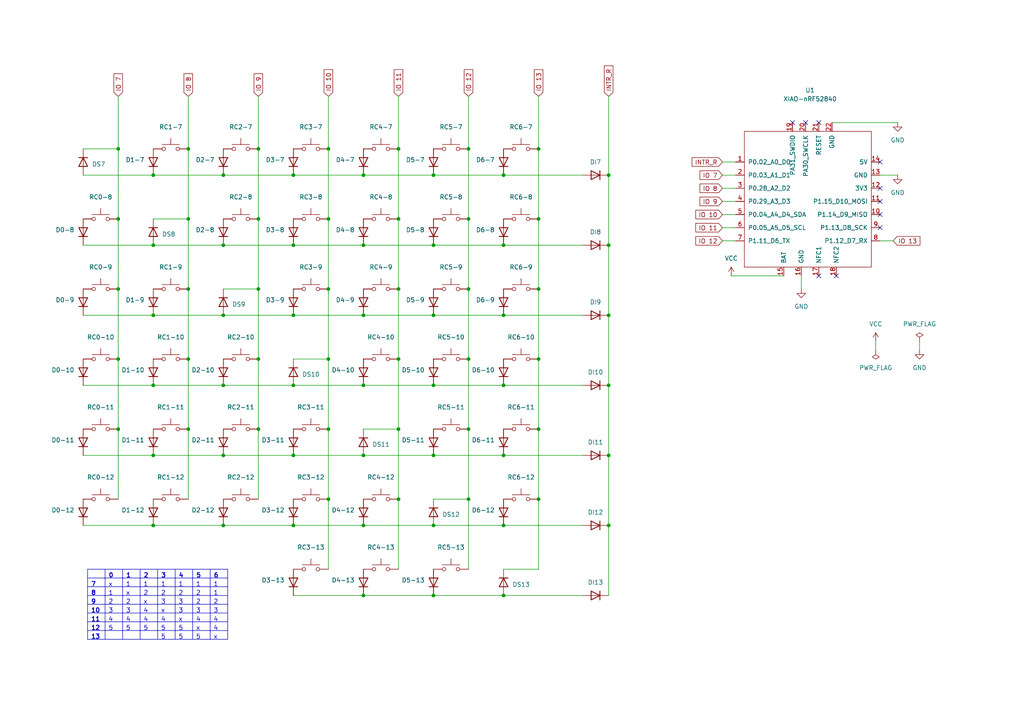
<source format=kicad_sch>
(kicad_sch (version 20250114) (generator "eeschema") (generator_version "9.0")
  (paper "A4")
  (lib_symbols
    (symbol "Diode:1N4148" (pin_numbers (hide yes)) (pin_names (hide yes))
      (property "Reference" "D" (at 0 2.54 0))
      (property "Value" "1N4148" (at 0 -2.54 0))
      (symbol "1N4148_1_1"
        (pin passive line (at -3.81 0 0) (length 2.54) (name "K") (number "1"))
        (pin passive line (at 3.81 0 180) (length 2.54) (name "A") (number "2"))
      )
    )
    (symbol "GND_1" (power) (pin_numbers (hide yes)) (pin_names (offset 0) (hide yes))
      (property "Value" "GND" (at 0 -3.81 0))
      (symbol "GND_1_1_1"
        (pin power_in line (at 0 0 270) (length 0) (name "~") (number "1"))
      )
    )
    (symbol "GND_2" (power) (pin_numbers (hide yes)) (pin_names (offset 0) (hide yes))
      (property "Value" "GND" (at 0 -3.81 0))
      (symbol "GND_2_1_1"
        (pin power_in line (at 0 0 270) (length 0) (name "~") (number "1"))
      )
    )
    (symbol "GND_3" (power) (pin_numbers (hide yes)) (pin_names (offset 0) (hide yes))
      (property "Value" "GND" (at 0 -3.81 0))
      (symbol "GND_3_1_1"
        (pin power_in line (at 0 0 270) (length 0) (name "~") (number "1"))
      )
    )
    (symbol "Seeed_Studio_XIAO_Series:XIAO-nRF52840-SMD" (pin_names (offset 1.016))
      (property "Reference" "U" (at -18.542 23.114 0))
      (property "Value" "XIAO-nRF52840-SMD" (at -8.636 21.336 0))
      (symbol "XIAO-nRF52840-SMD_1_1"
        (pin passive line (at -21.59 11.43 0) (length 2.54) (name "P0.02_A0_D0") (number "1"))
        (pin passive line (at -21.59 7.62 0) (length 2.54) (name "P0.03_A1_D1") (number "2"))
        (pin passive line (at -21.59 3.81 0) (length 2.54) (name "P0.28_A2_D2") (number "3"))
        (pin passive line (at -21.59 0 0) (length 2.54) (name "P0.29_A3_D3") (number "4"))
        (pin passive line (at -21.59 -3.81 0) (length 2.54) (name "P0.04_A4_D4_SDA") (number "5"))
        (pin passive line (at -21.59 -7.62 0) (length 2.54) (name "P0.05_A5_D5_SCL") (number "6"))
        (pin passive line (at -21.59 -11.43 0) (length 2.54) (name "P1.11_D6_TX") (number "7"))
        (pin passive line (at -7.62 -21.59 90) (length 2.54) (name "BAT") (number "15"))
        (pin passive line (at -5.08 22.86 270) (length 2.54) (name "PA31_SWDIO") (number "19"))
        (pin passive line (at -2.54 -21.59 90) (length 2.54) (name "GND") (number "16"))
        (pin passive line (at -1.27 22.86 270) (length 2.54) (name "PA30_SWCLK") (number "20"))
        (pin passive line (at 2.54 22.86 270) (length 2.54) (name "RESET") (number "21"))
        (pin passive line (at 2.54 -21.59 90) (length 2.54) (name "NFC1") (number "17"))
        (pin passive line (at 6.35 22.86 270) (length 2.54) (name "GND") (number "22"))
        (pin passive line (at 7.62 -21.59 90) (length 2.54) (name "NFC2") (number "18"))
        (pin passive line (at 20.32 11.43 180) (length 2.54) (name "5V") (number "14"))
        (pin passive line (at 20.32 7.62 180) (length 2.54) (name "GND") (number "13"))
        (pin passive line (at 20.32 3.81 180) (length 2.54) (name "3V3") (number "12"))
        (pin passive line (at 20.32 0 180) (length 2.54) (name "P1.15_D10_MOSI") (number "11"))
        (pin passive line (at 20.32 -3.81 180) (length 2.54) (name "P1.14_D9_MISO") (number "10"))
        (pin passive line (at 20.32 -7.62 180) (length 2.54) (name "P1.13_D8_SCK") (number "9"))
        (pin passive line (at 20.32 -11.43 180) (length 2.54) (name "P1.12_D7_RX") (number "8"))
      )
    )
    (symbol "Switch:SW_Push" (pin_numbers (hide yes)) (pin_names (offset 1.016) (hide yes))
      (property "Reference" "SW" (at 1.27 2.54 0))
      (property "Value" "SW_Push" (at 0 -1.524 0))
      (symbol "SW_Push_0_1"
        (pin passive line (at -5.08 0 0) (length 2.54) (name "1") (number "1"))
        (pin passive line (at 5.08 0 180) (length 2.54) (name "2") (number "2"))
      )
    )
    (symbol "power:GND" (power) (pin_numbers (hide yes)) (pin_names (offset 0) (hide yes))
      (property "Value" "GND" (at 0 -3.81 0))
      (symbol "GND_1_1"
        (pin power_in line (at 0 0 270) (length 0) (name "~") (number "1"))
      )
    )
    (symbol "power:PWR_FLAG" (power) (pin_numbers (hide yes)) (pin_names (offset 0) (hide yes))
      (property "Value" "PWR_FLAG" (at 0 3.81 0))
      (symbol "PWR_FLAG_0_0"
        (pin power_out line (at 0 0 90) (length 0) (name "~") (number "1"))
      )
    )
    (symbol "power:VCC" (power) (pin_numbers (hide yes)) (pin_names (offset 0) (hide yes))
      (property "Value" "VCC" (at 0 3.556 0))
      (symbol "VCC_1_1"
        (pin power_in line (at 0 0 90) (length 0) (name "~") (number "1"))
      )
    )
  )
  (junction (at 74.93 83.82))
  (junction (at 176.53 91.44))
  (junction (at 85.09 71.12))
  (junction (at 44.45 132.08))
  (junction (at 95.25 83.82))
  (junction (at 176.53 50.8))
  (junction (at 156.21 144.78))
  (junction (at 125.73 172.72))
  (junction (at 105.41 111.76))
  (junction (at 74.93 43.18))
  (junction (at 125.73 152.4))
  (junction (at 115.57 144.78))
  (junction (at 105.41 91.44))
  (junction (at 95.25 63.5))
  (junction (at 44.45 152.4))
  (junction (at 95.25 104.14))
  (junction (at 146.05 50.8))
  (junction (at 95.25 124.46))
  (junction (at 44.45 111.76))
  (junction (at 135.89 104.14))
  (junction (at 85.09 111.76))
  (junction (at 176.53 71.12))
  (junction (at 125.73 111.76))
  (junction (at 156.21 83.82))
  (junction (at 146.05 71.12))
  (junction (at 115.57 83.82))
  (junction (at 44.45 71.12))
  (junction (at 105.41 50.8))
  (junction (at 125.73 71.12))
  (junction (at 105.41 71.12))
  (junction (at 176.53 152.4))
  (junction (at 156.21 43.18))
  (junction (at 64.77 111.76))
  (junction (at 74.93 104.14))
  (junction (at 64.77 132.08))
  (junction (at 156.21 104.14))
  (junction (at 64.77 152.4))
  (junction (at 146.05 132.08))
  (junction (at 105.41 132.08))
  (junction (at 34.29 43.18))
  (junction (at 146.05 111.76))
  (junction (at 176.53 132.08))
  (junction (at 54.61 63.5))
  (junction (at 34.29 124.46))
  (junction (at 135.89 63.5))
  (junction (at 135.89 144.78))
  (junction (at 105.41 152.4))
  (junction (at 115.57 104.14))
  (junction (at 34.29 104.14))
  (junction (at 146.05 152.4))
  (junction (at 64.77 91.44))
  (junction (at 54.61 124.46))
  (junction (at 85.09 50.8))
  (junction (at 54.61 104.14))
  (junction (at 135.89 83.82))
  (junction (at 135.89 43.18))
  (junction (at 146.05 91.44))
  (junction (at 34.29 83.82))
  (junction (at 156.21 124.46))
  (junction (at 64.77 50.8))
  (junction (at 115.57 124.46))
  (junction (at 125.73 132.08))
  (junction (at 125.73 91.44))
  (junction (at 176.53 111.76))
  (junction (at 95.25 144.78))
  (junction (at 146.05 172.72))
  (junction (at 115.57 43.18))
  (junction (at 74.93 63.5))
  (junction (at 125.73 50.8))
  (junction (at 64.77 71.12))
  (junction (at 85.09 91.44))
  (junction (at 44.45 50.8))
  (junction (at 105.41 172.72))
  (junction (at 95.25 43.18))
  (junction (at 85.09 152.4))
  (junction (at 156.21 63.5))
  (junction (at 135.89 124.46))
  (junction (at 74.93 124.46))
  (junction (at 34.29 63.5))
  (junction (at 44.45 91.44))
  (junction (at 54.61 83.82))
  (junction (at 85.09 132.08))
  (junction (at 54.61 43.18))
  (junction (at 115.57 63.5))
  (no_connect (at 255.27 66.04))
  (no_connect (at 237.49 80.01))
  (no_connect (at 233.68 35.56))
  (no_connect (at 255.27 62.23))
  (no_connect (at 242.57 80.01))
  (no_connect (at 229.87 35.56))
  (no_connect (at 255.27 58.42))
  (no_connect (at 255.27 54.61))
  (no_connect (at 237.49 35.56))
  (no_connect (at 255.27 46.99))
  (wire (pts (xy 85.09 172.72) (xy 105.41 172.72)))
  (wire (pts (xy 115.57 63.5) (xy 115.57 83.82)))
  (wire (pts (xy 125.73 144.78) (xy 135.89 144.78)))
  (wire (pts (xy 85.09 91.44) (xy 105.41 91.44)))
  (wire (pts (xy 85.09 104.14) (xy 95.25 104.14)))
  (wire (pts (xy 135.89 144.78) (xy 135.89 165.1)))
  (wire (pts (xy 95.25 83.82) (xy 95.25 104.14)))
  (wire (pts (xy 74.93 104.14) (xy 74.93 124.46)))
  (wire (pts (xy 105.41 124.46) (xy 115.57 124.46)))
  (wire (pts (xy 125.73 152.4) (xy 146.05 152.4)))
  (wire (pts (xy 44.45 111.76) (xy 64.77 111.76)))
  (wire (pts (xy 34.29 63.5) (xy 34.29 83.82)))
  (wire (pts (xy 24.13 71.12) (xy 44.45 71.12)))
  (wire (pts (xy 64.77 50.8) (xy 85.09 50.8)))
  (wire (pts (xy 85.09 71.12) (xy 105.41 71.12)))
  (wire (pts (xy 125.73 71.12) (xy 146.05 71.12)))
  (wire (pts (xy 241.3 35.56) (xy 260.35 35.56)))
  (wire (pts (xy 156.21 104.14) (xy 156.21 124.46)))
  (wire (pts (xy 105.41 172.72) (xy 125.73 172.72)))
  (wire (pts (xy 146.05 165.1) (xy 156.21 165.1)))
  (wire (pts (xy 44.45 152.4) (xy 64.77 152.4)))
  (wire (pts (xy 135.89 83.82) (xy 135.89 104.14)))
  (wire (pts (xy 209.55 50.8) (xy 213.36 50.8)))
  (wire (pts (xy 95.25 144.78) (xy 95.25 165.1)))
  (wire (pts (xy 125.73 50.8) (xy 146.05 50.8)))
  (wire (pts (xy 74.93 43.18) (xy 74.93 63.5)))
  (wire (pts (xy 156.21 63.5) (xy 156.21 83.82)))
  (wire (pts (xy 54.61 43.18) (xy 54.61 63.5)))
  (wire (pts (xy 54.61 83.82) (xy 54.61 104.14)))
  (wire (pts (xy 212.09 80.01) (xy 227.33 80.01)))
  (wire (pts (xy 176.53 111.76) (xy 176.53 132.08)))
  (wire (pts (xy 125.73 111.76) (xy 146.05 111.76)))
  (wire (pts (xy 24.13 152.4) (xy 44.45 152.4)))
  (wire (pts (xy 44.45 50.8) (xy 64.77 50.8)))
  (wire (pts (xy 125.73 132.08) (xy 146.05 132.08)))
  (wire (pts (xy 105.41 71.12) (xy 125.73 71.12)))
  (wire (pts (xy 156.21 144.78) (xy 156.21 165.1)))
  (wire (pts (xy 176.53 71.12) (xy 176.53 91.44)))
  (wire (pts (xy 125.73 91.44) (xy 146.05 91.44)))
  (wire (pts (xy 135.89 104.14) (xy 135.89 124.46)))
  (wire (pts (xy 24.13 132.08) (xy 44.45 132.08)))
  (wire (pts (xy 44.45 132.08) (xy 64.77 132.08)))
  (wire (pts (xy 255.27 50.8) (xy 260.35 50.8)))
  (wire (pts (xy 115.57 124.46) (xy 115.57 144.78)))
  (wire (pts (xy 95.25 124.46) (xy 95.25 144.78)))
  (wire (pts (xy 24.13 43.18) (xy 34.29 43.18)))
  (wire (pts (xy 74.93 124.46) (xy 74.93 144.78)))
  (wire (pts (xy 156.21 27.94) (xy 156.21 43.18)))
  (wire (pts (xy 24.13 91.44) (xy 44.45 91.44)))
  (wire (pts (xy 54.61 27.94) (xy 54.61 43.18)))
  (wire (pts (xy 209.55 46.99) (xy 213.36 46.99)))
  (wire (pts (xy 176.53 132.08) (xy 176.53 152.4)))
  (wire (pts (xy 64.77 83.82) (xy 74.93 83.82)))
  (wire (pts (xy 176.53 152.4) (xy 176.53 172.72)))
  (wire (pts (xy 135.89 27.94) (xy 135.89 43.18)))
  (wire (pts (xy 64.77 111.76) (xy 85.09 111.76)))
  (wire (pts (xy 105.41 91.44) (xy 125.73 91.44)))
  (wire (pts (xy 232.41 80.01) (xy 232.41 83.82)))
  (wire (pts (xy 135.89 63.5) (xy 135.89 83.82)))
  (wire (pts (xy 95.25 43.18) (xy 95.25 63.5)))
  (wire (pts (xy 64.77 71.12) (xy 85.09 71.12)))
  (wire (pts (xy 95.25 27.94) (xy 95.25 43.18)))
  (wire (pts (xy 176.53 91.44) (xy 176.53 111.76)))
  (wire (pts (xy 209.55 62.23) (xy 213.36 62.23)))
  (wire (pts (xy 34.29 124.46) (xy 34.29 144.78)))
  (wire (pts (xy 105.41 111.76) (xy 125.73 111.76)))
  (wire (pts (xy 176.53 27.94) (xy 176.53 50.8)))
  (wire (pts (xy 156.21 83.82) (xy 156.21 104.14)))
  (wire (pts (xy 24.13 50.8) (xy 44.45 50.8)))
  (wire (pts (xy 168.91 172.72) (xy 146.05 172.72)))
  (wire (pts (xy 254 99.06) (xy 254 101.6)))
  (wire (pts (xy 34.29 83.82) (xy 34.29 104.14)))
  (wire (pts (xy 115.57 27.94) (xy 115.57 43.18)))
  (wire (pts (xy 54.61 124.46) (xy 54.61 144.78)))
  (wire (pts (xy 115.57 43.18) (xy 115.57 63.5)))
  (wire (pts (xy 115.57 144.78) (xy 115.57 165.1)))
  (wire (pts (xy 255.27 69.85) (xy 259.08 69.85)))
  (wire (pts (xy 34.29 104.14) (xy 34.29 124.46)))
  (wire (pts (xy 168.91 132.08) (xy 146.05 132.08)))
  (wire (pts (xy 135.89 43.18) (xy 135.89 63.5)))
  (wire (pts (xy 34.29 43.18) (xy 34.29 63.5)))
  (wire (pts (xy 209.55 54.61) (xy 213.36 54.61)))
  (wire (pts (xy 64.77 91.44) (xy 85.09 91.44)))
  (wire (pts (xy 135.89 124.46) (xy 135.89 144.78)))
  (wire (pts (xy 85.09 111.76) (xy 105.41 111.76)))
  (wire (pts (xy 125.73 172.72) (xy 146.05 172.72)))
  (wire (pts (xy 105.41 132.08) (xy 125.73 132.08)))
  (wire (pts (xy 209.55 66.04) (xy 213.36 66.04)))
  (wire (pts (xy 156.21 43.18) (xy 156.21 63.5)))
  (wire (pts (xy 209.55 69.85) (xy 213.36 69.85)))
  (wire (pts (xy 168.91 71.12) (xy 146.05 71.12)))
  (wire (pts (xy 105.41 50.8) (xy 125.73 50.8)))
  (wire (pts (xy 115.57 83.82) (xy 115.57 104.14)))
  (wire (pts (xy 266.7 99.06) (xy 266.7 101.6)))
  (wire (pts (xy 54.61 63.5) (xy 54.61 83.82)))
  (wire (pts (xy 209.55 58.42) (xy 213.36 58.42)))
  (wire (pts (xy 44.45 91.44) (xy 64.77 91.44)))
  (wire (pts (xy 85.09 50.8) (xy 105.41 50.8)))
  (wire (pts (xy 95.25 104.14) (xy 95.25 124.46)))
  (wire (pts (xy 54.61 104.14) (xy 54.61 124.46)))
  (wire (pts (xy 74.93 63.5) (xy 74.93 83.82)))
  (wire (pts (xy 176.53 50.8) (xy 176.53 71.12)))
  (wire (pts (xy 85.09 152.4) (xy 105.41 152.4)))
  (wire (pts (xy 168.91 111.76) (xy 146.05 111.76)))
  (wire (pts (xy 168.91 50.8) (xy 146.05 50.8)))
  (wire (pts (xy 115.57 104.14) (xy 115.57 124.46)))
  (wire (pts (xy 24.13 111.76) (xy 44.45 111.76)))
  (wire (pts (xy 44.45 71.12) (xy 64.77 71.12)))
  (wire (pts (xy 34.29 27.94) (xy 34.29 43.18)))
  (wire (pts (xy 95.25 63.5) (xy 95.25 83.82)))
  (wire (pts (xy 64.77 132.08) (xy 85.09 132.08)))
  (wire (pts (xy 105.41 152.4) (xy 125.73 152.4)))
  (wire (pts (xy 156.21 124.46) (xy 156.21 144.78)))
  (wire (pts (xy 168.91 91.44) (xy 146.05 91.44)))
  (wire (pts (xy 74.93 27.94) (xy 74.93 43.18)))
  (wire (pts (xy 44.45 63.5) (xy 54.61 63.5)))
  (wire (pts (xy 74.93 83.82) (xy 74.93 104.14)))
  (wire (pts (xy 168.91 152.4) (xy 146.05 152.4)))
  (wire (pts (xy 85.09 132.08) (xy 105.41 132.08)))
  (wire (pts (xy 64.77 152.4) (xy 85.09 152.4)))
  (table (column_count 8) (border (external yes) (header yes)) (separators (rows yes) (cols yes)) (column_widths 5.08 5.08 5.08 5.08 5.08 5.08 5.08 5.08) (row_heights 2.54 2.54 2.54 2.54 2.54 2.54 2.54 2.54) (cells (table_cell "" (at 25.4 165.1 0) (size 5.08 2.54) (margins 0.9525 0.9525 0.9525 0.9525) (span 1 1)) (table_cell "0" (at 30.48 165.1 0) (size 5.08 2.54) (margins 0.9525 0.9525 0.9525 0.9525) (span 1 1)) (table_cell "1" (at 35.56 165.1 0) (size 5.08 2.54) (margins 0.9525 0.9525 0.9525 0.9525) (span 1 1)) (table_cell "2" (at 40.64 165.1 0) (size 5.08 2.54) (margins 0.9525 0.9525 0.9525 0.9525) (span 1 1)) (table_cell "3" (at 45.72 165.1 0) (size 5.08 2.54) (margins 0.9525 0.9525 0.9525 0.9525) (span 1 1)) (table_cell "4" (at 50.8 165.1 0) (size 5.08 2.54) (margins 0.9525 0.9525 0.9525 0.9525) (span 1 1)) (table_cell "5" (at 55.88 165.1 0) (size 5.08 2.54) (margins 0.9525 0.9525 0.9525 0.9525) (span 1 1)) (table_cell "6" (at 60.96 165.1 0) (size 5.08 2.54) (margins 0.9525 0.9525 0.9525 0.9525) (span 1 1)) (table_cell "7" (at 25.4 167.64 0) (size 5.08 2.54) (margins 0.9525 0.9525 0.9525 0.9525) (span 1 1)) (table_cell "x" (at 30.48 167.64 0) (size 5.08 2.54) (margins 0.9525 0.9525 0.9525 0.9525) (span 1 1)) (table_cell "1" (at 35.56 167.64 0) (size 5.08 2.54) (margins 0.9525 0.9525 0.9525 0.9525) (span 1 1)) (table_cell "1" (at 40.64 167.64 0) (size 5.08 2.54) (margins 0.9525 0.9525 0.9525 0.9525) (span 1 1)) (table_cell "1" (at 45.72 167.64 0) (size 5.08 2.54) (margins 0.9525 0.9525 0.9525 0.9525) (span 1 1)) (table_cell "1" (at 50.8 167.64 0) (size 5.08 2.54) (margins 0.9525 0.9525 0.9525 0.9525) (span 1 1)) (table_cell "1" (at 55.88 167.64 0) (size 5.08 2.54) (margins 0.9525 0.9525 0.9525 0.9525) (span 1 1)) (table_cell "1" (at 60.96 167.64 0) (size 5.08 2.54) (margins 0.9525 0.9525 0.9525 0.9525) (span 1 1)) (table_cell "8" (at 25.4 170.18 0) (size 5.08 2.54) (margins 0.9525 0.9525 0.9525 0.9525) (span 1 1)) (table_cell "1" (at 30.48 170.18 0) (size 5.08 2.54) (margins 0.9525 0.9525 0.9525 0.9525) (span 1 1)) (table_cell "x" (at 35.56 170.18 0) (size 5.08 2.54) (margins 0.9525 0.9525 0.9525 0.9525) (span 1 1)) (table_cell "2" (at 40.64 170.18 0) (size 5.08 2.54) (margins 0.9525 0.9525 0.9525 0.9525) (span 1 1)) (table_cell "2" (at 45.72 170.18 0) (size 5.08 2.54) (margins 0.9525 0.9525 0.9525 0.9525) (span 1 1)) (table_cell "2" (at 50.8 170.18 0) (size 5.08 2.54) (margins 0.9525 0.9525 0.9525 0.9525) (span 1 1)) (table_cell "2" (at 55.88 170.18 0) (size 5.08 2.54) (margins 0.9525 0.9525 0.9525 0.9525) (span 1 1)) (table_cell "1" (at 60.96 170.18 0) (size 5.08 2.54) (margins 0.9525 0.9525 0.9525 0.9525) (span 1 1)) (table_cell "9" (at 25.4 172.72 0) (size 5.08 2.54) (margins 0.9525 0.9525 0.9525 0.9525) (span 1 1)) (table_cell "2" (at 30.48 172.72 0) (size 5.08 2.54) (margins 0.9525 0.9525 0.9525 0.9525) (span 1 1)) (table_cell "2" (at 35.56 172.72 0) (size 5.08 2.54) (margins 0.9525 0.9525 0.9525 0.9525) (span 1 1)) (table_cell "x" (at 40.64 172.72 0) (size 5.08 2.54) (margins 0.9525 0.9525 0.9525 0.9525) (span 1 1)) (table_cell "3" (at 45.72 172.72 0) (size 5.08 2.54) (margins 0.9525 0.9525 0.9525 0.9525) (span 1 1)) (table_cell "3" (at 50.8 172.72 0) (size 5.08 2.54) (margins 0.9525 0.9525 0.9525 0.9525) (span 1 1)) (table_cell "2" (at 55.88 172.72 0) (size 5.08 2.54) (margins 0.9525 0.9525 0.9525 0.9525) (span 1 1)) (table_cell "2" (at 60.96 172.72 0) (size 5.08 2.54) (margins 0.9525 0.9525 0.9525 0.9525) (span 1 1)) (table_cell "10" (at 25.4 175.26 0) (size 5.08 2.54) (margins 0.9525 0.9525 0.9525 0.9525) (span 1 1)) (table_cell "3" (at 30.48 175.26 0) (size 5.08 2.54) (margins 0.9525 0.9525 0.9525 0.9525) (span 1 1)) (table_cell "3" (at 35.56 175.26 0) (size 5.08 2.54) (margins 0.9525 0.9525 0.9525 0.9525) (span 1 1)) (table_cell "4" (at 40.64 175.26 0) (size 5.08 2.54) (margins 0.9525 0.9525 0.9525 0.9525) (span 1 1)) (table_cell "x" (at 45.72 175.26 0) (size 5.08 2.54) (margins 0.9525 0.9525 0.9525 0.9525) (span 1 1)) (table_cell "3" (at 50.8 175.26 0) (size 5.08 2.54) (margins 0.9525 0.9525 0.9525 0.9525) (span 1 1)) (table_cell "3" (at 55.88 175.26 0) (size 5.08 2.54) (margins 0.9525 0.9525 0.9525 0.9525) (span 1 1)) (table_cell "3" (at 60.96 175.26 0) (size 5.08 2.54) (margins 0.9525 0.9525 0.9525 0.9525) (span 1 1)) (table_cell "11" (at 25.4 177.8 0) (size 5.08 2.54) (margins 0.9525 0.9525 0.9525 0.9525) (span 1 1)) (table_cell "4" (at 30.48 177.8 0) (size 5.08 2.54) (margins 0.9525 0.9525 0.9525 0.9525) (span 1 1)) (table_cell "4" (at 35.56 177.8 0) (size 5.08 2.54) (margins 0.9525 0.9525 0.9525 0.9525) (span 1 1)) (table_cell "4" (at 40.64 177.8 0) (size 5.08 2.54) (margins 0.9525 0.9525 0.9525 0.9525) (span 1 1)) (table_cell "4" (at 45.72 177.8 0) (size 5.08 2.54) (margins 0.9525 0.9525 0.9525 0.9525) (span 1 1)) (table_cell "x" (at 50.8 177.8 0) (size 5.08 2.54) (margins 0.9525 0.9525 0.9525 0.9525) (span 1 1)) (table_cell "4" (at 55.88 177.8 0) (size 5.08 2.54) (margins 0.9525 0.9525 0.9525 0.9525) (span 1 1)) (table_cell "4" (at 60.96 177.8 0) (size 5.08 2.54) (margins 0.9525 0.9525 0.9525 0.9525) (span 1 1)) (table_cell "12" (at 25.4 180.34 0) (size 5.08 2.54) (margins 0.9525 0.9525 0.9525 0.9525) (span 1 1)) (table_cell "5" (at 30.48 180.34 0) (size 5.08 2.54) (margins 0.9525 0.9525 0.9525 0.9525) (span 1 1)) (table_cell "5" (at 35.56 180.34 0) (size 5.08 2.54) (margins 0.9525 0.9525 0.9525 0.9525) (span 1 1)) (table_cell "5" (at 40.64 180.34 0) (size 5.08 2.54) (margins 0.9525 0.9525 0.9525 0.9525) (span 1 1)) (table_cell "5" (at 45.72 180.34 0) (size 5.08 2.54) (margins 0.9525 0.9525 0.9525 0.9525) (span 1 1)) (table_cell "5" (at 50.8 180.34 0) (size 5.08 2.54) (margins 0.9525 0.9525 0.9525 0.9525) (span 1 1)) (table_cell "x" (at 55.88 180.34 0) (size 5.08 2.54) (margins 0.9525 0.9525 0.9525 0.9525) (span 1 1)) (table_cell "4" (at 60.96 180.34 0) (size 5.08 2.54) (margins 0.9525 0.9525 0.9525 0.9525) (span 1 1)) (table_cell "13" (at 25.4 182.88 0) (size 5.08 2.54) (margins 0.9525 0.9525 0.9525 0.9525) (span 1 1)) (table_cell "" (at 30.48 182.88 0) (size 5.08 2.54) (margins 0.9525 0.9525 0.9525 0.9525) (span 1 1)) (table_cell "" (at 35.56 182.88 0) (size 5.08 2.54) (margins 0.9525 0.9525 0.9525 0.9525) (span 1 1)) (table_cell "" (at 40.64 182.88 0) (size 5.08 2.54) (margins 0.9525 0.9525 0.9525 0.9525) (span 1 1)) (table_cell "5" (at 45.72 182.88 0) (size 5.08 2.54) (margins 0.9525 0.9525 0.9525 0.9525) (span 1 1)) (table_cell "5" (at 50.8 182.88 0) (size 5.08 2.54) (margins 0.9525 0.9525 0.9525 0.9525) (span 1 1)) (table_cell "5" (at 55.88 182.88 0) (size 5.08 2.54) (margins 0.9525 0.9525 0.9525 0.9525) (span 1 1)) (table_cell "x" (at 60.96 182.88 0) (size 5.08 2.54) (margins 0.9525 0.9525 0.9525 0.9525) (span 1 1))))
  (global_label "INTR_R" (shape input) (at 209.55 46.99 180) (property "Intersheetrefs" "${INTERSHEET_REFS}" (effects (hide yes))))
  (global_label "IO 7" (shape input) (at 34.29 27.94 90) (property "Intersheetrefs" "${INTERSHEET_REFS}" (effects (hide yes))))
  (global_label "IO 10" (shape input) (at 95.25 27.94 90) (property "Intersheetrefs" "${INTERSHEET_REFS}" (effects (hide yes))))
  (global_label "IO 12" (shape input) (at 209.55 69.85 180) (property "Intersheetrefs" "${INTERSHEET_REFS}" (effects (hide yes))))
  (global_label "INTR_R" (shape input) (at 176.53 27.94 90) (property "Intersheetrefs" "${INTERSHEET_REFS}" (effects (hide yes))))
  (global_label "IO 8" (shape input) (at 209.55 54.61 180) (property "Intersheetrefs" "${INTERSHEET_REFS}" (effects (hide yes))))
  (global_label "IO 11" (shape input) (at 115.57 27.94 90) (property "Intersheetrefs" "${INTERSHEET_REFS}" (effects (hide yes))))
  (global_label "IO 13" (shape input) (at 259.08 69.85 0) (property "Intersheetrefs" "${INTERSHEET_REFS}" (effects (hide yes))))
  (global_label "IO 7" (shape input) (at 209.55 50.8 180) (property "Intersheetrefs" "${INTERSHEET_REFS}" (effects (hide yes))))
  (global_label "IO 11" (shape input) (at 209.55 66.04 180) (property "Intersheetrefs" "${INTERSHEET_REFS}" (effects (hide yes))))
  (global_label "IO 8" (shape input) (at 54.61 27.94 90) (property "Intersheetrefs" "${INTERSHEET_REFS}" (effects (hide yes))))
  (global_label "IO 9" (shape input) (at 209.55 58.42 180) (property "Intersheetrefs" "${INTERSHEET_REFS}" (effects (hide yes))))
  (global_label "IO 9" (shape input) (at 74.93 27.94 90) (property "Intersheetrefs" "${INTERSHEET_REFS}" (effects (hide yes))))
  (global_label "IO 12" (shape input) (at 135.89 27.94 90) (property "Intersheetrefs" "${INTERSHEET_REFS}" (effects (hide yes))))
  (global_label "IO 10" (shape input) (at 209.55 62.23 180) (property "Intersheetrefs" "${INTERSHEET_REFS}" (effects (hide yes))))
  (global_label "IO 13" (shape input) (at 156.21 27.94 90) (property "Intersheetrefs" "${INTERSHEET_REFS}" (effects (hide yes))))
  (symbol (lib_id "Switch:SW_Push") (at 69.85 104.14 0) (mirror y) (unit 1)
    (property "Reference" "RC2-10" (at 69.85 97.79 0))
    (property "Value" "SW_Push" (effects (hide yes)))
    (property "Footprint" "Kailh_PG1353_Hotswap:Kailh-PG1353-Hotswap-1U" (effects (hide yes)))
  )
  (symbol (lib_name "GND_2") (lib_id "power:GND") (at 260.35 50.8 0) (unit 1)
    (property "Reference" "#PWR010" (effects (hide yes)))
    (property "Value" "GND" (at 260.35 55.88 0))
    (property "Description" "Power symbol creates a global label with name \"GND\" , ground" (effects (hide yes)))
  )
  (symbol (lib_id "Diode:1N4148") (at 125.73 67.31 270) (mirror x) (unit 1)
    (property "Reference" "D5-8" (at 123.19 66.675 90) (effects (justify right)))
    (property "Value" "1N4148W" (effects (hide yes)))
    (property "Footprint" "kbd_Parts:Diode_TH_SMD" (effects (hide yes)))
    (property "Sim.Device" "D" (effects (hide yes)))
    (property "Sim.Pins" "1=K 2=A" (effects (hide yes)))
  )
  (symbol (lib_id "Diode:1N4148") (at 172.72 132.08 0) (mirror y) (unit 1)
    (property "Reference" "DI11" (at 172.72 128.27 0))
    (property "Value" "1N4148W" (effects (hide yes)))
    (property "Footprint" "kbd_Parts:Diode_TH_SMD" (effects (hide yes)))
    (property "Sim.Device" "D" (effects (hide yes)))
    (property "Sim.Pins" "1=K 2=A" (effects (hide yes)))
  )
  (symbol (lib_id "Diode:1N4148") (at 44.45 46.99 270) (mirror x) (unit 1)
    (property "Reference" "D1-7" (at 41.91 46.355 90) (effects (justify right)))
    (property "Value" "1N4148W" (effects (hide yes)))
    (property "Footprint" "kbd_Parts:Diode_TH_SMD" (effects (hide yes)))
    (property "Sim.Device" "D" (effects (hide yes)))
    (property "Sim.Pins" "1=K 2=A" (effects (hide yes)))
  )
  (symbol (lib_id "Diode:1N4148") (at 105.41 128.27 90) (mirror x) (unit 1)
    (property "Reference" "DS11" (at 107.95 128.905 90) (effects (justify right)))
    (property "Value" "1N4148W" (effects (hide yes)))
    (property "Footprint" "kbd_Parts:Diode_TH_SMD" (effects (hide yes)))
    (property "Sim.Device" "D" (effects (hide yes)))
    (property "Sim.Pins" "1=K 2=A" (effects (hide yes)))
  )
  (symbol (lib_id "Diode:1N4148") (at 105.41 87.63 270) (mirror x) (unit 1)
    (property "Reference" "D4-9" (at 102.87 86.995 90) (effects (justify right)))
    (property "Value" "1N4148W" (effects (hide yes)))
    (property "Footprint" "kbd_Parts:Diode_TH_SMD" (effects (hide yes)))
    (property "Sim.Device" "D" (effects (hide yes)))
    (property "Sim.Pins" "1=K 2=A" (effects (hide yes)))
  )
  (symbol (lib_id "Switch:SW_Push") (at 49.53 124.46 0) (mirror y) (unit 1)
    (property "Reference" "RC1-11" (at 49.53 118.11 0))
    (property "Value" "SW_Push" (effects (hide yes)))
    (property "Footprint" "Kailh_PG1353_Hotswap:Kailh-PG1353-Hotswap-1U" (effects (hide yes)))
  )
  (symbol (lib_id "Diode:1N4148") (at 146.05 107.95 270) (mirror x) (unit 1)
    (property "Reference" "D6-10" (at 143.51 107.315 90) (effects (justify right)))
    (property "Value" "1N4148W" (effects (hide yes)))
    (property "Footprint" "kbd_Parts:Diode_TH_SMD" (effects (hide yes)))
    (property "Sim.Device" "D" (effects (hide yes)))
    (property "Sim.Pins" "1=K 2=A" (effects (hide yes)))
  )
  (symbol (lib_id "Diode:1N4148") (at 44.45 67.31 90) (mirror x) (unit 1)
    (property "Reference" "DS8" (at 46.99 67.945 90) (effects (justify right)))
    (property "Value" "1N4148W" (effects (hide yes)))
    (property "Footprint" "kbd_Parts:Diode_TH_SMD" (effects (hide yes)))
    (property "Sim.Device" "D" (effects (hide yes)))
    (property "Sim.Pins" "1=K 2=A" (effects (hide yes)))
  )
  (symbol (lib_id "Diode:1N4148") (at 146.05 168.91 90) (mirror x) (unit 1)
    (property "Reference" "DS13" (at 148.59 169.545 90) (effects (justify right)))
    (property "Value" "1N4148W" (effects (hide yes)))
    (property "Footprint" "kbd_Parts:Diode_TH_SMD" (effects (hide yes)))
    (property "Sim.Device" "D" (effects (hide yes)))
    (property "Sim.Pins" "1=K 2=A" (effects (hide yes)))
  )
  (symbol (lib_id "Diode:1N4148") (at 146.05 67.31 270) (mirror x) (unit 1)
    (property "Reference" "D6-8" (at 143.51 66.675 90) (effects (justify right)))
    (property "Value" "1N4148W" (effects (hide yes)))
    (property "Footprint" "kbd_Parts:Diode_TH_SMD" (effects (hide yes)))
    (property "Sim.Device" "D" (effects (hide yes)))
    (property "Sim.Pins" "1=K 2=A" (effects (hide yes)))
  )
  (symbol (lib_id "Switch:SW_Push") (at 69.85 43.18 0) (mirror y) (unit 1)
    (property "Reference" "RC2-7" (at 69.85 36.83 0))
    (property "Value" "SW_Push" (effects (hide yes)))
    (property "Footprint" "Kailh_PG1353_Hotswap:Kailh-PG1353-Hotswap-1U" (effects (hide yes)))
  )
  (symbol (lib_id "Switch:SW_Push") (at 69.85 124.46 0) (mirror y) (unit 1)
    (property "Reference" "RC2-11" (at 69.85 118.11 0))
    (property "Value" "SW_Push" (effects (hide yes)))
    (property "Footprint" "Kailh_PG1353_Hotswap:Kailh-PG1353-Hotswap-1U" (effects (hide yes)))
  )
  (symbol (lib_id "power:PWR_FLAG") (at 266.7 99.06 0) (unit 1)
    (property "Reference" "#FLG01" (effects (hide yes)))
    (property "Value" "PWR_FLAG" (at 266.7 93.98 0))
    (property "Description" "Special symbol for telling ERC where power comes from" (effects (hide yes)))
  )
  (symbol (lib_id "Diode:1N4148") (at 44.45 148.59 270) (mirror x) (unit 1)
    (property "Reference" "D1-12" (at 41.91 147.955 90) (effects (justify right)))
    (property "Value" "1N4148W" (effects (hide yes)))
    (property "Footprint" "kbd_Parts:Diode_TH_SMD" (effects (hide yes)))
    (property "Sim.Device" "D" (effects (hide yes)))
    (property "Sim.Pins" "1=K 2=A" (effects (hide yes)))
  )
  (symbol (lib_id "Diode:1N4148") (at 172.72 111.76 0) (mirror y) (unit 1)
    (property "Reference" "DI10" (at 172.72 107.95 0))
    (property "Value" "1N4148W" (effects (hide yes)))
    (property "Footprint" "kbd_Parts:Diode_TH_SMD" (effects (hide yes)))
    (property "Sim.Device" "D" (effects (hide yes)))
    (property "Sim.Pins" "1=K 2=A" (effects (hide yes)))
  )
  (symbol (lib_id "Diode:1N4148") (at 85.09 46.99 270) (mirror x) (unit 1)
    (property "Reference" "D3-7" (at 82.55 46.355 90) (effects (justify right)))
    (property "Value" "1N4148W" (effects (hide yes)))
    (property "Footprint" "kbd_Parts:Diode_TH_SMD" (effects (hide yes)))
    (property "Sim.Device" "D" (effects (hide yes)))
    (property "Sim.Pins" "1=K 2=A" (effects (hide yes)))
  )
  (symbol (lib_id "Diode:1N4148") (at 172.72 91.44 0) (mirror y) (unit 1)
    (property "Reference" "DI9" (at 172.72 87.63 0))
    (property "Value" "1N4148W" (effects (hide yes)))
    (property "Footprint" "kbd_Parts:Diode_TH_SMD" (effects (hide yes)))
    (property "Sim.Device" "D" (effects (hide yes)))
    (property "Sim.Pins" "1=K 2=A" (effects (hide yes)))
  )
  (symbol (lib_id "Diode:1N4148") (at 105.41 168.91 270) (mirror x) (unit 1)
    (property "Reference" "D4-13" (at 102.87 168.275 90) (effects (justify right)))
    (property "Value" "1N4148W" (effects (hide yes)))
    (property "Footprint" "kbd_Parts:Diode_TH_SMD" (effects (hide yes)))
    (property "Sim.Device" "D" (effects (hide yes)))
    (property "Sim.Pins" "1=K 2=A" (effects (hide yes)))
  )
  (symbol (lib_id "Diode:1N4148") (at 172.72 71.12 0) (mirror y) (unit 1)
    (property "Reference" "DI8" (at 172.72 67.31 0))
    (property "Value" "1N4148W" (effects (hide yes)))
    (property "Footprint" "kbd_Parts:Diode_TH_SMD" (effects (hide yes)))
    (property "Sim.Device" "D" (effects (hide yes)))
    (property "Sim.Pins" "1=K 2=A" (effects (hide yes)))
  )
  (symbol (lib_id "power:PWR_FLAG") (at 254 101.6 180) (unit 1)
    (property "Reference" "#FLG02" (effects (hide yes)))
    (property "Value" "PWR_FLAG" (at 254 106.68 0))
    (property "Description" "Special symbol for telling ERC where power comes from" (effects (hide yes)))
  )
  (symbol (lib_id "Diode:1N4148") (at 85.09 107.95 90) (mirror x) (unit 1)
    (property "Reference" "DS10" (at 87.63 108.585 90) (effects (justify right)))
    (property "Value" "1N4148W" (effects (hide yes)))
    (property "Footprint" "kbd_Parts:Diode_TH_SMD" (effects (hide yes)))
    (property "Sim.Device" "D" (effects (hide yes)))
    (property "Sim.Pins" "1=K 2=A" (effects (hide yes)))
  )
  (symbol (lib_id "Diode:1N4148") (at 146.05 46.99 270) (mirror x) (unit 1)
    (property "Reference" "D6-7" (at 143.51 46.355 90) (effects (justify right)))
    (property "Value" "1N4148W" (effects (hide yes)))
    (property "Footprint" "kbd_Parts:Diode_TH_SMD" (effects (hide yes)))
    (property "Sim.Device" "D" (effects (hide yes)))
    (property "Sim.Pins" "1=K 2=A" (effects (hide yes)))
  )
  (symbol (lib_id "Diode:1N4148") (at 85.09 67.31 270) (mirror x) (unit 1)
    (property "Reference" "D3-8" (at 82.55 66.675 90) (effects (justify right)))
    (property "Value" "1N4148W" (effects (hide yes)))
    (property "Footprint" "kbd_Parts:Diode_TH_SMD" (effects (hide yes)))
    (property "Sim.Device" "D" (effects (hide yes)))
    (property "Sim.Pins" "1=K 2=A" (effects (hide yes)))
  )
  (symbol (lib_id "Diode:1N4148") (at 125.73 148.59 90) (mirror x) (unit 1)
    (property "Reference" "DS12" (at 128.27 149.225 90) (effects (justify right)))
    (property "Value" "1N4148W" (effects (hide yes)))
    (property "Footprint" "kbd_Parts:Diode_TH_SMD" (effects (hide yes)))
    (property "Sim.Device" "D" (effects (hide yes)))
    (property "Sim.Pins" "1=K 2=A" (effects (hide yes)))
  )
  (symbol (lib_id "Diode:1N4148") (at 125.73 168.91 270) (mirror x) (unit 1)
    (property "Reference" "D5-13" (at 123.19 168.275 90) (effects (justify right)))
    (property "Value" "1N4148W" (effects (hide yes)))
    (property "Footprint" "kbd_Parts:Diode_TH_SMD" (effects (hide yes)))
    (property "Sim.Device" "D" (effects (hide yes)))
    (property "Sim.Pins" "1=K 2=A" (effects (hide yes)))
  )
  (symbol (lib_id "Switch:SW_Push") (at 110.49 165.1 0) (mirror y) (unit 1)
    (property "Reference" "RC4-13" (at 110.49 158.75 0))
    (property "Value" "SW_Push" (effects (hide yes)))
    (property "Footprint" "Kailh_PG1353_Hotswap:Kailh-PG1353-Hotswap-1U" (effects (hide yes)))
  )
  (symbol (lib_id "Switch:SW_Push") (at 69.85 63.5 0) (mirror y) (unit 1)
    (property "Reference" "RC2-8" (at 69.85 57.15 0))
    (property "Value" "SW_Push" (effects (hide yes)))
    (property "Footprint" "Kailh_PG1353_Hotswap:Kailh-PG1353-Hotswap-1U" (effects (hide yes)))
  )
  (symbol (lib_id "Switch:SW_Push") (at 110.49 144.78 0) (mirror y) (unit 1)
    (property "Reference" "RC4-12" (at 110.49 138.43 0))
    (property "Value" "SW_Push" (effects (hide yes)))
    (property "Footprint" "Kailh_PG1353_Hotswap:Kailh-PG1353-Hotswap-1U" (effects (hide yes)))
  )
  (symbol (lib_id "Diode:1N4148") (at 24.13 87.63 270) (mirror x) (unit 1)
    (property "Reference" "D0-9" (at 21.59 86.995 90) (effects (justify right)))
    (property "Value" "1N4148W" (effects (hide yes)))
    (property "Footprint" "kbd_Parts:Diode_TH_SMD" (effects (hide yes)))
    (property "Sim.Device" "D" (effects (hide yes)))
    (property "Sim.Pins" "1=K 2=A" (effects (hide yes)))
  )
  (symbol (lib_id "Diode:1N4148") (at 44.45 87.63 270) (mirror x) (unit 1)
    (property "Reference" "D1-9" (at 41.91 86.995 90) (effects (justify right)))
    (property "Value" "1N4148W" (effects (hide yes)))
    (property "Footprint" "kbd_Parts:Diode_TH_SMD" (effects (hide yes)))
    (property "Sim.Device" "D" (effects (hide yes)))
    (property "Sim.Pins" "1=K 2=A" (effects (hide yes)))
  )
  (symbol (lib_id "Switch:SW_Push") (at 151.13 144.78 0) (mirror y) (unit 1)
    (property "Reference" "RC6-12" (at 151.13 138.43 0))
    (property "Value" "SW_Push" (effects (hide yes)))
    (property "Footprint" "Kailh_PG1353_Hotswap:Kailh-PG1353-Hotswap-1U" (effects (hide yes)))
  )
  (symbol (lib_id "Switch:SW_Push") (at 90.17 63.5 0) (mirror y) (unit 1)
    (property "Reference" "RC3-8" (at 90.17 57.15 0))
    (property "Value" "SW_Push" (effects (hide yes)))
    (property "Footprint" "Kailh_PG1353_Hotswap:Kailh-PG1353-Hotswap-1U" (effects (hide yes)))
  )
  (symbol (lib_name "GND_3") (lib_id "power:GND") (at 232.41 83.82 0) (unit 1)
    (property "Reference" "#PWR03" (effects (hide yes)))
    (property "Value" "GND" (at 232.41 88.9 0))
    (property "Description" "Power symbol creates a global label with name \"GND\" , ground" (effects (hide yes)))
  )
  (symbol (lib_id "Diode:1N4148") (at 85.09 128.27 270) (mirror x) (unit 1)
    (property "Reference" "D3-11" (at 82.55 127.635 90) (effects (justify right)))
    (property "Value" "1N4148W" (effects (hide yes)))
    (property "Footprint" "kbd_Parts:Diode_TH_SMD" (effects (hide yes)))
    (property "Sim.Device" "D" (effects (hide yes)))
    (property "Sim.Pins" "1=K 2=A" (effects (hide yes)))
  )
  (symbol (lib_id "Switch:SW_Push") (at 90.17 144.78 0) (mirror y) (unit 1)
    (property "Reference" "RC3-12" (at 90.17 138.43 0))
    (property "Value" "SW_Push" (effects (hide yes)))
    (property "Footprint" "Kailh_PG1353_Hotswap:Kailh-PG1353-Hotswap-1U" (effects (hide yes)))
  )
  (symbol (lib_id "Diode:1N4148") (at 125.73 46.99 270) (mirror x) (unit 1)
    (property "Reference" "D5-7" (at 123.19 46.355 90) (effects (justify right)))
    (property "Value" "1N4148W" (effects (hide yes)))
    (property "Footprint" "kbd_Parts:Diode_TH_SMD" (effects (hide yes)))
    (property "Sim.Device" "D" (effects (hide yes)))
    (property "Sim.Pins" "1=K 2=A" (effects (hide yes)))
  )
  (symbol (lib_id "Diode:1N4148") (at 105.41 107.95 270) (mirror x) (unit 1)
    (property "Reference" "D4-10" (at 102.87 107.315 90) (effects (justify right)))
    (property "Value" "1N4148W" (effects (hide yes)))
    (property "Footprint" "kbd_Parts:Diode_TH_SMD" (effects (hide yes)))
    (property "Sim.Device" "D" (effects (hide yes)))
    (property "Sim.Pins" "1=K 2=A" (effects (hide yes)))
  )
  (symbol (lib_id "Switch:SW_Push") (at 90.17 165.1 0) (mirror y) (unit 1)
    (property "Reference" "RC3-13" (at 90.17 158.75 0))
    (property "Value" "SW_Push" (effects (hide yes)))
    (property "Footprint" "Kailh_PG1353_Hotswap:Kailh-PG1353-Hotswap-1U" (effects (hide yes)))
  )
  (symbol (lib_id "Diode:1N4148") (at 24.13 128.27 270) (mirror x) (unit 1)
    (property "Reference" "D0-11" (at 21.59 127.635 90) (effects (justify right)))
    (property "Value" "1N4148W" (effects (hide yes)))
    (property "Footprint" "kbd_Parts:Diode_TH_SMD" (effects (hide yes)))
    (property "Sim.Device" "D" (effects (hide yes)))
    (property "Sim.Pins" "1=K 2=A" (effects (hide yes)))
  )
  (symbol (lib_id "Switch:SW_Push") (at 130.81 124.46 0) (mirror y) (unit 1)
    (property "Reference" "RC5-11" (at 130.81 118.11 0))
    (property "Value" "SW_Push" (effects (hide yes)))
    (property "Footprint" "Kailh_PG1353_Hotswap:Kailh-PG1353-Hotswap-1U" (effects (hide yes)))
  )
  (symbol (lib_id "Switch:SW_Push") (at 110.49 83.82 0) (mirror y) (unit 1)
    (property "Reference" "RC4-9" (at 110.49 77.47 0))
    (property "Value" "SW_Push" (effects (hide yes)))
    (property "Footprint" "Kailh_PG1353_Hotswap:Kailh-PG1353-Hotswap-1U" (effects (hide yes)))
  )
  (symbol (lib_id "Diode:1N4148") (at 172.72 50.8 0) (mirror y) (unit 1)
    (property "Reference" "DI7" (at 172.72 46.99 0))
    (property "Value" "1N4148W" (effects (hide yes)))
    (property "Footprint" "kbd_Parts:Diode_TH_SMD" (effects (hide yes)))
    (property "Sim.Device" "D" (effects (hide yes)))
    (property "Sim.Pins" "1=K 2=A" (effects (hide yes)))
  )
  (symbol (lib_id "Switch:SW_Push") (at 29.21 144.78 0) (mirror y) (unit 1)
    (property "Reference" "RC0-12" (at 29.21 138.43 0))
    (property "Value" "SW_Push" (effects (hide yes)))
    (property "Footprint" "Kailh_PG1353_Hotswap:Kailh-PG1353-Hotswap-1.25U" (effects (hide yes)))
  )
  (symbol (lib_id "Diode:1N4148") (at 172.72 172.72 0) (mirror y) (unit 1)
    (property "Reference" "DI13" (at 172.72 168.91 0))
    (property "Value" "1N4148W" (effects (hide yes)))
    (property "Footprint" "kbd_Parts:Diode_TH_SMD" (effects (hide yes)))
    (property "Sim.Device" "D" (effects (hide yes)))
    (property "Sim.Pins" "1=K 2=A" (effects (hide yes)))
  )
  (symbol (lib_id "Switch:SW_Push") (at 130.81 165.1 0) (mirror y) (unit 1)
    (property "Reference" "RC5-13" (at 130.81 158.75 0))
    (property "Value" "SW_Push" (effects (hide yes)))
    (property "Footprint" "Kailh_PG1353_Hotswap:Kailh-PG1353-Hotswap-1U" (effects (hide yes)))
  )
  (symbol (lib_id "Switch:SW_Push") (at 151.13 63.5 0) (mirror y) (unit 1)
    (property "Reference" "RC6-8" (at 151.13 57.15 0))
    (property "Value" "SW_Push" (effects (hide yes)))
    (property "Footprint" "Kailh_PG1353_Hotswap:Kailh-PG1353-Hotswap-1U" (effects (hide yes)))
  )
  (symbol (lib_id "Diode:1N4148") (at 64.77 46.99 270) (mirror x) (unit 1)
    (property "Reference" "D2-7" (at 62.23 46.355 90) (effects (justify right)))
    (property "Value" "1N4148W" (effects (hide yes)))
    (property "Footprint" "kbd_Parts:Diode_TH_SMD" (effects (hide yes)))
    (property "Sim.Device" "D" (effects (hide yes)))
    (property "Sim.Pins" "1=K 2=A" (effects (hide yes)))
  )
  (symbol (lib_id "Switch:SW_Push") (at 29.21 104.14 0) (mirror y) (unit 1)
    (property "Reference" "RC0-10" (at 29.21 97.79 0))
    (property "Value" "SW_Push" (effects (hide yes)))
    (property "Footprint" "Kailh_PG1353_Hotswap:Kailh-PG1353-Hotswap-1U" (effects (hide yes)))
  )
  (symbol (lib_id "Diode:1N4148") (at 64.77 67.31 270) (mirror x) (unit 1)
    (property "Reference" "D2-8" (at 62.23 66.675 90) (effects (justify right)))
    (property "Value" "1N4148W" (effects (hide yes)))
    (property "Footprint" "kbd_Parts:Diode_TH_SMD" (effects (hide yes)))
    (property "Sim.Device" "D" (effects (hide yes)))
    (property "Sim.Pins" "1=K 2=A" (effects (hide yes)))
  )
  (symbol (lib_id "power:VCC") (at 212.09 80.01 0) (unit 1)
    (property "Reference" "#PWR04" (effects (hide yes)))
    (property "Value" "VCC" (at 212.09 74.93 0))
    (property "Description" "Power symbol creates a global label with name \"VCC\"" (effects (hide yes)))
  )
  (symbol (lib_id "Diode:1N4148") (at 24.13 67.31 270) (mirror x) (unit 1)
    (property "Reference" "D0-8" (at 21.59 66.675 90) (effects (justify right)))
    (property "Value" "1N4148W" (effects (hide yes)))
    (property "Footprint" "kbd_Parts:Diode_TH_SMD" (effects (hide yes)))
    (property "Sim.Device" "D" (effects (hide yes)))
    (property "Sim.Pins" "1=K 2=A" (effects (hide yes)))
  )
  (symbol (lib_id "Diode:1N4148") (at 105.41 148.59 270) (mirror x) (unit 1)
    (property "Reference" "D4-12" (at 102.87 147.955 90) (effects (justify right)))
    (property "Value" "1N4148W" (effects (hide yes)))
    (property "Footprint" "kbd_Parts:Diode_TH_SMD" (effects (hide yes)))
    (property "Sim.Device" "D" (effects (hide yes)))
    (property "Sim.Pins" "1=K 2=A" (effects (hide yes)))
  )
  (symbol (lib_id "Switch:SW_Push") (at 110.49 104.14 0) (mirror y) (unit 1)
    (property "Reference" "RC4-10" (at 110.49 97.79 0))
    (property "Value" "SW_Push" (effects (hide yes)))
    (property "Footprint" "Kailh_PG1353_Hotswap:Kailh-PG1353-Hotswap-1U" (effects (hide yes)))
  )
  (symbol (lib_id "Diode:1N4148") (at 64.77 107.95 270) (mirror x) (unit 1)
    (property "Reference" "D2-10" (at 62.23 107.315 90) (effects (justify right)))
    (property "Value" "1N4148W" (effects (hide yes)))
    (property "Footprint" "kbd_Parts:Diode_TH_SMD" (effects (hide yes)))
    (property "Sim.Device" "D" (effects (hide yes)))
    (property "Sim.Pins" "1=K 2=A" (effects (hide yes)))
  )
  (symbol (lib_id "Diode:1N4148") (at 44.45 128.27 270) (mirror x) (unit 1)
    (property "Reference" "D1-11" (at 41.91 127.635 90) (effects (justify right)))
    (property "Value" "1N4148W" (effects (hide yes)))
    (property "Footprint" "kbd_Parts:Diode_TH_SMD" (effects (hide yes)))
    (property "Sim.Device" "D" (effects (hide yes)))
    (property "Sim.Pins" "1=K 2=A" (effects (hide yes)))
  )
  (symbol (lib_id "Diode:1N4148") (at 146.05 148.59 270) (mirror x) (unit 1)
    (property "Reference" "D6-12" (at 143.51 147.955 90) (effects (justify right)))
    (property "Value" "1N4148W" (effects (hide yes)))
    (property "Footprint" "kbd_Parts:Diode_TH_SMD" (effects (hide yes)))
    (property "Sim.Device" "D" (effects (hide yes)))
    (property "Sim.Pins" "1=K 2=A" (effects (hide yes)))
  )
  (symbol (lib_id "Diode:1N4148") (at 85.09 148.59 270) (mirror x) (unit 1)
    (property "Reference" "D3-12" (at 82.55 147.955 90) (effects (justify right)))
    (property "Value" "1N4148W" (effects (hide yes)))
    (property "Footprint" "kbd_Parts:Diode_TH_SMD" (effects (hide yes)))
    (property "Sim.Device" "D" (effects (hide yes)))
    (property "Sim.Pins" "1=K 2=A" (effects (hide yes)))
  )
  (symbol (lib_id "Diode:1N4148") (at 44.45 107.95 270) (mirror x) (unit 1)
    (property "Reference" "D1-10" (at 41.91 107.315 90) (effects (justify right)))
    (property "Value" "1N4148W" (effects (hide yes)))
    (property "Footprint" "kbd_Parts:Diode_TH_SMD" (effects (hide yes)))
    (property "Sim.Device" "D" (effects (hide yes)))
    (property "Sim.Pins" "1=K 2=A" (effects (hide yes)))
  )
  (symbol (lib_id "Diode:1N4148") (at 64.77 87.63 90) (mirror x) (unit 1)
    (property "Reference" "DS9" (at 67.31 88.265 90) (effects (justify right)))
    (property "Value" "1N4148W" (effects (hide yes)))
    (property "Footprint" "kbd_Parts:Diode_TH_SMD" (effects (hide yes)))
    (property "Sim.Device" "D" (effects (hide yes)))
    (property "Sim.Pins" "1=K 2=A" (effects (hide yes)))
  )
  (symbol (lib_id "Diode:1N4148") (at 64.77 128.27 270) (mirror x) (unit 1)
    (property "Reference" "D2-11" (at 62.23 127.635 90) (effects (justify right)))
    (property "Value" "1N4148W" (effects (hide yes)))
    (property "Footprint" "kbd_Parts:Diode_TH_SMD" (effects (hide yes)))
    (property "Sim.Device" "D" (effects (hide yes)))
    (property "Sim.Pins" "1=K 2=A" (effects (hide yes)))
  )
  (symbol (lib_id "Seeed_Studio_XIAO_Series:XIAO-nRF52840-SMD") (at 234.95 58.42 0) (unit 1)
    (property "Reference" "U1" (at 234.95 26.162 0))
    (property "Value" "XIAO-nRF52840" (at 234.95 28.702 0))
    (property "Footprint" "custom-library:XIAO-nRF52840" (effects (hide yes)))
  )
  (symbol (lib_id "Diode:1N4148") (at 146.05 128.27 270) (mirror x) (unit 1)
    (property "Reference" "D6-11" (at 143.51 127.635 90) (effects (justify right)))
    (property "Value" "1N4148W" (effects (hide yes)))
    (property "Footprint" "kbd_Parts:Diode_TH_SMD" (effects (hide yes)))
    (property "Sim.Device" "D" (effects (hide yes)))
    (property "Sim.Pins" "1=K 2=A" (effects (hide yes)))
  )
  (symbol (lib_id "Switch:SW_Push") (at 151.13 83.82 0) (mirror y) (unit 1)
    (property "Reference" "RC6-9" (at 151.13 77.47 0))
    (property "Value" "SW_Push" (effects (hide yes)))
    (property "Footprint" "custom-library:Kailh-PG1353-Hotswap-ISOEnter" (effects (hide yes)))
  )
  (symbol (lib_id "Switch:SW_Push") (at 151.13 43.18 0) (mirror y) (unit 1)
    (property "Reference" "RC6-7" (at 151.13 36.83 0))
    (property "Value" "SW_Push" (effects (hide yes)))
    (property "Footprint" "Kailh_PG1353_Hotswap:Kailh-PG1353-Hotswap-1U" (effects (hide yes)))
  )
  (symbol (lib_id "Diode:1N4148") (at 125.73 87.63 270) (mirror x) (unit 1)
    (property "Reference" "D5-9" (at 123.19 86.995 90) (effects (justify right)))
    (property "Value" "1N4148W" (effects (hide yes)))
    (property "Footprint" "kbd_Parts:Diode_TH_SMD" (effects (hide yes)))
    (property "Sim.Device" "D" (effects (hide yes)))
    (property "Sim.Pins" "1=K 2=A" (effects (hide yes)))
  )
  (symbol (lib_name "GND_1") (lib_id "power:GND") (at 260.35 35.56 0) (unit 1)
    (property "Reference" "#PWR02" (effects (hide yes)))
    (property "Value" "GND" (at 260.35 40.64 0))
    (property "Description" "Power symbol creates a global label with name \"GND\" , ground" (effects (hide yes)))
  )
  (symbol (lib_id "Diode:1N4148") (at 125.73 107.95 270) (mirror x) (unit 1)
    (property "Reference" "D5-10" (at 123.19 107.315 90) (effects (justify right)))
    (property "Value" "1N4148W" (effects (hide yes)))
    (property "Footprint" "kbd_Parts:Diode_TH_SMD" (effects (hide yes)))
    (property "Sim.Device" "D" (effects (hide yes)))
    (property "Sim.Pins" "1=K 2=A" (effects (hide yes)))
  )
  (symbol (lib_id "Diode:1N4148") (at 24.13 107.95 270) (mirror x) (unit 1)
    (property "Reference" "D0-10" (at 21.59 107.315 90) (effects (justify right)))
    (property "Value" "1N4148W" (effects (hide yes)))
    (property "Footprint" "kbd_Parts:Diode_TH_SMD" (effects (hide yes)))
    (property "Sim.Device" "D" (effects (hide yes)))
    (property "Sim.Pins" "1=K 2=A" (effects (hide yes)))
  )
  (symbol (lib_id "Switch:SW_Push") (at 49.53 144.78 0) (mirror y) (unit 1)
    (property "Reference" "RC1-12" (at 49.53 138.43 0))
    (property "Value" "SW_Push" (effects (hide yes)))
    (property "Footprint" "Kailh_PG1353_Hotswap:Kailh-PG1353-Hotswap-1U" (effects (hide yes)))
  )
  (symbol (lib_id "Diode:1N4148") (at 85.09 87.63 270) (mirror x) (unit 1)
    (property "Reference" "D3-9" (at 82.55 86.995 90) (effects (justify right)))
    (property "Value" "1N4148W" (effects (hide yes)))
    (property "Footprint" "kbd_Parts:Diode_TH_SMD" (effects (hide yes)))
    (property "Sim.Device" "D" (effects (hide yes)))
    (property "Sim.Pins" "1=K 2=A" (effects (hide yes)))
  )
  (symbol (lib_id "Diode:1N4148") (at 64.77 148.59 270) (mirror x) (unit 1)
    (property "Reference" "D2-12" (at 62.23 147.955 90) (effects (justify right)))
    (property "Value" "1N4148W" (effects (hide yes)))
    (property "Footprint" "kbd_Parts:Diode_TH_SMD" (effects (hide yes)))
    (property "Sim.Device" "D" (effects (hide yes)))
    (property "Sim.Pins" "1=K 2=A" (effects (hide yes)))
  )
  (symbol (lib_id "power:GND") (at 266.7 101.6 0) (unit 1)
    (property "Reference" "#PWR01" (effects (hide yes)))
    (property "Value" "GND" (at 266.7 106.68 0))
    (property "Description" "Power symbol creates a global label with name \"GND\" , ground" (effects (hide yes)))
  )
  (symbol (lib_id "Switch:SW_Push") (at 130.81 63.5 0) (mirror y) (unit 1)
    (property "Reference" "RC5-8" (at 130.81 57.15 0))
    (property "Value" "SW_Push" (effects (hide yes)))
    (property "Footprint" "Kailh_PG1353_Hotswap:Kailh-PG1353-Hotswap-1U" (effects (hide yes)))
  )
  (symbol (lib_id "Switch:SW_Push") (at 49.53 104.14 0) (mirror y) (unit 1)
    (property "Reference" "RC1-10" (at 49.53 97.79 0))
    (property "Value" "SW_Push" (effects (hide yes)))
    (property "Footprint" "Kailh_PG1353_Hotswap:Kailh-PG1353-Hotswap-1U" (effects (hide yes)))
  )
  (symbol (lib_id "Switch:SW_Push") (at 49.53 83.82 0) (mirror y) (unit 1)
    (property "Reference" "RC1-9" (at 49.53 77.47 0))
    (property "Value" "SW_Push" (effects (hide yes)))
    (property "Footprint" "Kailh_PG1353_Hotswap:Kailh-PG1353-Hotswap-1U" (effects (hide yes)))
  )
  (symbol (lib_id "Diode:1N4148") (at 125.73 128.27 270) (mirror x) (unit 1)
    (property "Reference" "D5-11" (at 123.19 127.635 90) (effects (justify right)))
    (property "Value" "1N4148W" (effects (hide yes)))
    (property "Footprint" "kbd_Parts:Diode_TH_SMD" (effects (hide yes)))
    (property "Sim.Device" "D" (effects (hide yes)))
    (property "Sim.Pins" "1=K 2=A" (effects (hide yes)))
  )
  (symbol (lib_id "Switch:SW_Push") (at 130.81 43.18 0) (mirror y) (unit 1)
    (property "Reference" "RC5-7" (at 130.81 36.83 0))
    (property "Value" "SW_Push" (effects (hide yes)))
    (property "Footprint" "Kailh_PG1353_Hotswap:Kailh-PG1353-Hotswap-1U" (effects (hide yes)))
  )
  (symbol (lib_id "Diode:1N4148") (at 172.72 152.4 0) (mirror y) (unit 1)
    (property "Reference" "DI12" (at 172.72 148.59 0))
    (property "Value" "1N4148W" (effects (hide yes)))
    (property "Footprint" "kbd_Parts:Diode_TH_SMD" (effects (hide yes)))
    (property "Sim.Device" "D" (effects (hide yes)))
    (property "Sim.Pins" "1=K 2=A" (effects (hide yes)))
  )
  (symbol (lib_id "Diode:1N4148") (at 24.13 46.99 90) (mirror x) (unit 1)
    (property "Reference" "DS7" (at 26.67 47.625 90) (effects (justify right)))
    (property "Value" "1N4148W" (effects (hide yes)))
    (property "Footprint" "kbd_Parts:Diode_TH_SMD" (effects (hide yes)))
    (property "Sim.Device" "D" (effects (hide yes)))
    (property "Sim.Pins" "1=K 2=A" (effects (hide yes)))
  )
  (symbol (lib_id "Switch:SW_Push") (at 29.21 124.46 0) (mirror y) (unit 1)
    (property "Reference" "RC0-11" (at 29.21 118.11 0))
    (property "Value" "SW_Push" (effects (hide yes)))
    (property "Footprint" "Kailh_PG1353_Hotswap:Kailh-PG1353-Hotswap-1U" (effects (hide yes)))
  )
  (symbol (lib_id "Switch:SW_Push") (at 29.21 63.5 0) (mirror y) (unit 1)
    (property "Reference" "RC0-8" (at 29.21 57.15 0))
    (property "Value" "SW_Push" (effects (hide yes)))
    (property "Footprint" "Kailh_PG1353_Hotswap:Kailh-PG1353-Hotswap-1U" (effects (hide yes)))
  )
  (symbol (lib_id "Switch:SW_Push") (at 151.13 104.14 0) (mirror y) (unit 1)
    (property "Reference" "RC6-10" (at 151.13 97.79 0))
    (property "Value" "SW_Push" (effects (hide yes)))
    (property "Footprint" "Kailh_PG1353_Hotswap:Kailh-PG1353-Hotswap-1U" (effects (hide yes)))
  )
  (symbol (lib_id "Switch:SW_Push") (at 29.21 83.82 0) (mirror y) (unit 1)
    (property "Reference" "RC0-9" (at 29.21 77.47 0))
    (property "Value" "SW_Push" (effects (hide yes)))
    (property "Footprint" "Kailh_PG1353_Hotswap:Kailh-PG1353-Hotswap-1U" (effects (hide yes)))
  )
  (symbol (lib_id "Diode:1N4148") (at 146.05 87.63 270) (mirror x) (unit 1)
    (property "Reference" "D6-9" (at 143.51 86.995 90) (effects (justify right)))
    (property "Value" "1N4148W" (effects (hide yes)))
    (property "Footprint" "kbd_Parts:Diode_TH_SMD" (effects (hide yes)))
    (property "Sim.Device" "D" (effects (hide yes)))
    (property "Sim.Pins" "1=K 2=A" (effects (hide yes)))
  )
  (symbol (lib_id "Switch:SW_Push") (at 110.49 63.5 0) (mirror y) (unit 1)
    (property "Reference" "RC4-8" (at 110.49 57.15 0))
    (property "Value" "SW_Push" (effects (hide yes)))
    (property "Footprint" "Kailh_PG1353_Hotswap:Kailh-PG1353-Hotswap-1U" (effects (hide yes)))
  )
  (symbol (lib_id "Diode:1N4148") (at 105.41 67.31 270) (mirror x) (unit 1)
    (property "Reference" "D4-8" (at 102.87 66.675 90) (effects (justify right)))
    (property "Value" "1N4148W" (effects (hide yes)))
    (property "Footprint" "kbd_Parts:Diode_TH_SMD" (effects (hide yes)))
    (property "Sim.Device" "D" (effects (hide yes)))
    (property "Sim.Pins" "1=K 2=A" (effects (hide yes)))
  )
  (symbol (lib_id "Switch:SW_Push") (at 130.81 83.82 0) (mirror y) (unit 1)
    (property "Reference" "RC5-9" (at 130.81 77.47 0))
    (property "Value" "SW_Push" (effects (hide yes)))
    (property "Footprint" "Kailh_PG1353_Hotswap:Kailh-PG1353-Hotswap-1U" (effects (hide yes)))
  )
  (symbol (lib_id "Switch:SW_Push") (at 69.85 144.78 0) (mirror y) (unit 1)
    (property "Reference" "RC2-12" (at 69.85 138.43 0))
    (property "Value" "SW_Push" (effects (hide yes)))
    (property "Footprint" "Kailh_PG1353_Hotswap:Kailh-PG1353-Hotswap-1U" (effects (hide yes)))
  )
  (symbol (lib_id "Switch:SW_Push") (at 130.81 104.14 0) (mirror y) (unit 1)
    (property "Reference" "RC5-10" (at 130.81 97.79 0))
    (property "Value" "SW_Push" (effects (hide yes)))
    (property "Footprint" "Kailh_PG1353_Hotswap:Kailh-PG1353-Hotswap-1U" (effects (hide yes)))
  )
  (symbol (lib_id "Switch:SW_Push") (at 49.53 43.18 0) (mirror y) (unit 1)
    (property "Reference" "RC1-7" (at 49.53 36.83 0))
    (property "Value" "SW_Push" (effects (hide yes)))
    (property "Footprint" "Kailh_PG1353_Hotswap:Kailh-PG1353-Hotswap-1U" (effects (hide yes)))
  )
  (symbol (lib_id "Switch:SW_Push") (at 151.13 124.46 0) (mirror y) (unit 1)
    (property "Reference" "RC6-11" (at 151.13 118.11 0))
    (property "Value" "SW_Push" (effects (hide yes)))
    (property "Footprint" "Kailh_PG1353_Hotswap:Kailh-PG1353-Hotswap-1U" (effects (hide yes)))
  )
  (symbol (lib_id "Diode:1N4148") (at 24.13 148.59 270) (mirror x) (unit 1)
    (property "Reference" "D0-12" (at 21.59 147.955 90) (effects (justify right)))
    (property "Value" "1N4148W" (effects (hide yes)))
    (property "Footprint" "kbd_Parts:Diode_TH_SMD" (effects (hide yes)))
    (property "Sim.Device" "D" (effects (hide yes)))
    (property "Sim.Pins" "1=K 2=A" (effects (hide yes)))
  )
  (symbol (lib_id "Switch:SW_Push") (at 90.17 124.46 0) (mirror y) (unit 1)
    (property "Reference" "RC3-11" (at 90.17 118.11 0))
    (property "Value" "SW_Push" (effects (hide yes)))
    (property "Footprint" "Kailh_PG1353_Hotswap:Kailh-PG1353-Hotswap-1U" (effects (hide yes)))
  )
  (symbol (lib_id "Switch:SW_Push") (at 90.17 83.82 0) (mirror y) (unit 1)
    (property "Reference" "RC3-9" (at 90.17 77.47 0))
    (property "Value" "SW_Push" (effects (hide yes)))
    (property "Footprint" "Kailh_PG1353_Hotswap:Kailh-PG1353-Hotswap-1U" (effects (hide yes)))
  )
  (symbol (lib_id "Diode:1N4148") (at 85.09 168.91 270) (mirror x) (unit 1)
    (property "Reference" "D3-13" (at 82.55 168.275 90) (effects (justify right)))
    (property "Value" "1N4148W" (effects (hide yes)))
    (property "Footprint" "kbd_Parts:Diode_TH_SMD" (effects (hide yes)))
    (property "Sim.Device" "D" (effects (hide yes)))
    (property "Sim.Pins" "1=K 2=A" (effects (hide yes)))
  )
  (symbol (lib_id "Switch:SW_Push") (at 110.49 43.18 0) (mirror y) (unit 1)
    (property "Reference" "RC4-7" (at 110.49 36.83 0))
    (property "Value" "SW_Push" (effects (hide yes)))
    (property "Footprint" "Kailh_PG1353_Hotswap:Kailh-PG1353-Hotswap-1U" (effects (hide yes)))
  )
  (symbol (lib_id "Switch:SW_Push") (at 90.17 43.18 0) (mirror y) (unit 1)
    (property "Reference" "RC3-7" (at 90.17 36.83 0))
    (property "Value" "SW_Push" (effects (hide yes)))
    (property "Footprint" "Kailh_PG1353_Hotswap:Kailh-PG1353-Hotswap-1U" (effects (hide yes)))
  )
  (symbol (lib_id "power:VCC") (at 254 99.06 0) (unit 1)
    (property "Reference" "#PWR05" (effects (hide yes)))
    (property "Value" "VCC" (at 254 93.98 0))
    (property "Description" "Power symbol creates a global label with name \"VCC\"" (effects (hide yes)))
  )
  (symbol (lib_id "Diode:1N4148") (at 105.41 46.99 270) (mirror x) (unit 1)
    (property "Reference" "D4-7" (at 102.87 46.355 90) (effects (justify right)))
    (property "Value" "1N4148W" (effects (hide yes)))
    (property "Footprint" "kbd_Parts:Diode_TH_SMD" (effects (hide yes)))
    (property "Sim.Device" "D" (effects (hide yes)))
    (property "Sim.Pins" "1=K 2=A" (effects (hide yes)))
  )
)
</source>
